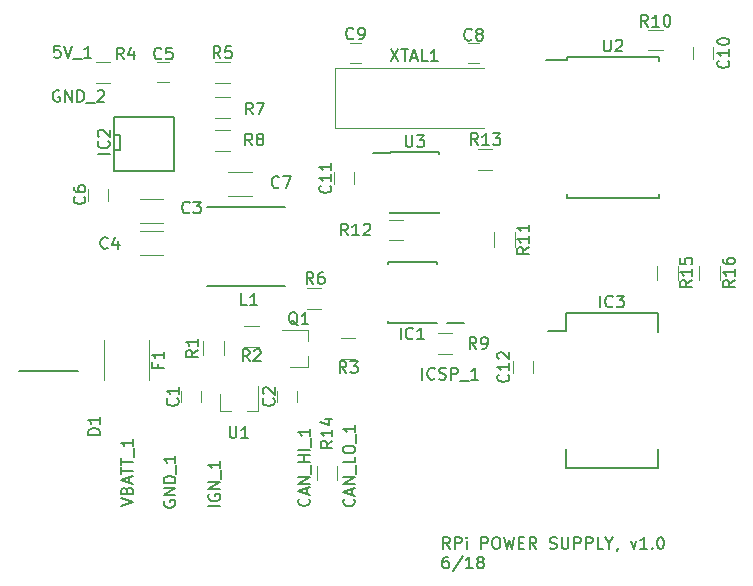
<source format=gbr>
G04 #@! TF.FileFunction,Legend,Top*
%FSLAX46Y46*%
G04 Gerber Fmt 4.6, Leading zero omitted, Abs format (unit mm)*
G04 Created by KiCad (PCBNEW 4.0.6) date 06/08/18 14:37:17*
%MOMM*%
%LPD*%
G01*
G04 APERTURE LIST*
%ADD10C,0.100000*%
%ADD11C,0.150000*%
%ADD12C,0.120000*%
G04 APERTURE END LIST*
D10*
D11*
X163779524Y-126387381D02*
X163446190Y-125911190D01*
X163208095Y-126387381D02*
X163208095Y-125387381D01*
X163589048Y-125387381D01*
X163684286Y-125435000D01*
X163731905Y-125482619D01*
X163779524Y-125577857D01*
X163779524Y-125720714D01*
X163731905Y-125815952D01*
X163684286Y-125863571D01*
X163589048Y-125911190D01*
X163208095Y-125911190D01*
X164208095Y-126387381D02*
X164208095Y-125387381D01*
X164589048Y-125387381D01*
X164684286Y-125435000D01*
X164731905Y-125482619D01*
X164779524Y-125577857D01*
X164779524Y-125720714D01*
X164731905Y-125815952D01*
X164684286Y-125863571D01*
X164589048Y-125911190D01*
X164208095Y-125911190D01*
X165208095Y-126387381D02*
X165208095Y-125720714D01*
X165208095Y-125387381D02*
X165160476Y-125435000D01*
X165208095Y-125482619D01*
X165255714Y-125435000D01*
X165208095Y-125387381D01*
X165208095Y-125482619D01*
X166446190Y-126387381D02*
X166446190Y-125387381D01*
X166827143Y-125387381D01*
X166922381Y-125435000D01*
X166970000Y-125482619D01*
X167017619Y-125577857D01*
X167017619Y-125720714D01*
X166970000Y-125815952D01*
X166922381Y-125863571D01*
X166827143Y-125911190D01*
X166446190Y-125911190D01*
X167636666Y-125387381D02*
X167827143Y-125387381D01*
X167922381Y-125435000D01*
X168017619Y-125530238D01*
X168065238Y-125720714D01*
X168065238Y-126054048D01*
X168017619Y-126244524D01*
X167922381Y-126339762D01*
X167827143Y-126387381D01*
X167636666Y-126387381D01*
X167541428Y-126339762D01*
X167446190Y-126244524D01*
X167398571Y-126054048D01*
X167398571Y-125720714D01*
X167446190Y-125530238D01*
X167541428Y-125435000D01*
X167636666Y-125387381D01*
X168398571Y-125387381D02*
X168636666Y-126387381D01*
X168827143Y-125673095D01*
X169017619Y-126387381D01*
X169255714Y-125387381D01*
X169636666Y-125863571D02*
X169970000Y-125863571D01*
X170112857Y-126387381D02*
X169636666Y-126387381D01*
X169636666Y-125387381D01*
X170112857Y-125387381D01*
X171112857Y-126387381D02*
X170779523Y-125911190D01*
X170541428Y-126387381D02*
X170541428Y-125387381D01*
X170922381Y-125387381D01*
X171017619Y-125435000D01*
X171065238Y-125482619D01*
X171112857Y-125577857D01*
X171112857Y-125720714D01*
X171065238Y-125815952D01*
X171017619Y-125863571D01*
X170922381Y-125911190D01*
X170541428Y-125911190D01*
X172255714Y-126339762D02*
X172398571Y-126387381D01*
X172636667Y-126387381D01*
X172731905Y-126339762D01*
X172779524Y-126292143D01*
X172827143Y-126196905D01*
X172827143Y-126101667D01*
X172779524Y-126006429D01*
X172731905Y-125958810D01*
X172636667Y-125911190D01*
X172446190Y-125863571D01*
X172350952Y-125815952D01*
X172303333Y-125768333D01*
X172255714Y-125673095D01*
X172255714Y-125577857D01*
X172303333Y-125482619D01*
X172350952Y-125435000D01*
X172446190Y-125387381D01*
X172684286Y-125387381D01*
X172827143Y-125435000D01*
X173255714Y-125387381D02*
X173255714Y-126196905D01*
X173303333Y-126292143D01*
X173350952Y-126339762D01*
X173446190Y-126387381D01*
X173636667Y-126387381D01*
X173731905Y-126339762D01*
X173779524Y-126292143D01*
X173827143Y-126196905D01*
X173827143Y-125387381D01*
X174303333Y-126387381D02*
X174303333Y-125387381D01*
X174684286Y-125387381D01*
X174779524Y-125435000D01*
X174827143Y-125482619D01*
X174874762Y-125577857D01*
X174874762Y-125720714D01*
X174827143Y-125815952D01*
X174779524Y-125863571D01*
X174684286Y-125911190D01*
X174303333Y-125911190D01*
X175303333Y-126387381D02*
X175303333Y-125387381D01*
X175684286Y-125387381D01*
X175779524Y-125435000D01*
X175827143Y-125482619D01*
X175874762Y-125577857D01*
X175874762Y-125720714D01*
X175827143Y-125815952D01*
X175779524Y-125863571D01*
X175684286Y-125911190D01*
X175303333Y-125911190D01*
X176779524Y-126387381D02*
X176303333Y-126387381D01*
X176303333Y-125387381D01*
X177303333Y-125911190D02*
X177303333Y-126387381D01*
X176970000Y-125387381D02*
X177303333Y-125911190D01*
X177636667Y-125387381D01*
X178017619Y-126339762D02*
X178017619Y-126387381D01*
X177970000Y-126482619D01*
X177922381Y-126530238D01*
X179112857Y-125720714D02*
X179350952Y-126387381D01*
X179589048Y-125720714D01*
X180493810Y-126387381D02*
X179922381Y-126387381D01*
X180208095Y-126387381D02*
X180208095Y-125387381D01*
X180112857Y-125530238D01*
X180017619Y-125625476D01*
X179922381Y-125673095D01*
X180922381Y-126292143D02*
X180970000Y-126339762D01*
X180922381Y-126387381D01*
X180874762Y-126339762D01*
X180922381Y-126292143D01*
X180922381Y-126387381D01*
X181589047Y-125387381D02*
X181684286Y-125387381D01*
X181779524Y-125435000D01*
X181827143Y-125482619D01*
X181874762Y-125577857D01*
X181922381Y-125768333D01*
X181922381Y-126006429D01*
X181874762Y-126196905D01*
X181827143Y-126292143D01*
X181779524Y-126339762D01*
X181684286Y-126387381D01*
X181589047Y-126387381D01*
X181493809Y-126339762D01*
X181446190Y-126292143D01*
X181398571Y-126196905D01*
X181350952Y-126006429D01*
X181350952Y-125768333D01*
X181398571Y-125577857D01*
X181446190Y-125482619D01*
X181493809Y-125435000D01*
X181589047Y-125387381D01*
X163636667Y-127037381D02*
X163446190Y-127037381D01*
X163350952Y-127085000D01*
X163303333Y-127132619D01*
X163208095Y-127275476D01*
X163160476Y-127465952D01*
X163160476Y-127846905D01*
X163208095Y-127942143D01*
X163255714Y-127989762D01*
X163350952Y-128037381D01*
X163541429Y-128037381D01*
X163636667Y-127989762D01*
X163684286Y-127942143D01*
X163731905Y-127846905D01*
X163731905Y-127608810D01*
X163684286Y-127513571D01*
X163636667Y-127465952D01*
X163541429Y-127418333D01*
X163350952Y-127418333D01*
X163255714Y-127465952D01*
X163208095Y-127513571D01*
X163160476Y-127608810D01*
X164874762Y-126989762D02*
X164017619Y-128275476D01*
X165731905Y-128037381D02*
X165160476Y-128037381D01*
X165446190Y-128037381D02*
X165446190Y-127037381D01*
X165350952Y-127180238D01*
X165255714Y-127275476D01*
X165160476Y-127323095D01*
X166303333Y-127465952D02*
X166208095Y-127418333D01*
X166160476Y-127370714D01*
X166112857Y-127275476D01*
X166112857Y-127227857D01*
X166160476Y-127132619D01*
X166208095Y-127085000D01*
X166303333Y-127037381D01*
X166493810Y-127037381D01*
X166589048Y-127085000D01*
X166636667Y-127132619D01*
X166684286Y-127227857D01*
X166684286Y-127275476D01*
X166636667Y-127370714D01*
X166589048Y-127418333D01*
X166493810Y-127465952D01*
X166303333Y-127465952D01*
X166208095Y-127513571D01*
X166160476Y-127561190D01*
X166112857Y-127656429D01*
X166112857Y-127846905D01*
X166160476Y-127942143D01*
X166208095Y-127989762D01*
X166303333Y-128037381D01*
X166493810Y-128037381D01*
X166589048Y-127989762D01*
X166636667Y-127942143D01*
X166684286Y-127846905D01*
X166684286Y-127656429D01*
X166636667Y-127561190D01*
X166589048Y-127513571D01*
X166493810Y-127465952D01*
D12*
X141018000Y-112988000D02*
X141018000Y-113988000D01*
X142718000Y-113988000D02*
X142718000Y-112988000D01*
X149146000Y-112988000D02*
X149146000Y-113988000D01*
X150846000Y-113988000D02*
X150846000Y-112988000D01*
X139540000Y-96770000D02*
X137540000Y-96770000D01*
X137540000Y-98810000D02*
X139540000Y-98810000D01*
X139540000Y-99470000D02*
X137540000Y-99470000D01*
X137540000Y-101510000D02*
X139540000Y-101510000D01*
X140040000Y-85140000D02*
X139040000Y-85140000D01*
X139040000Y-86840000D02*
X140040000Y-86840000D01*
X133130000Y-95900000D02*
X133130000Y-96900000D01*
X134830000Y-96900000D02*
X134830000Y-95900000D01*
X145040000Y-96510000D02*
X147040000Y-96510000D01*
X147040000Y-94470000D02*
X145040000Y-94470000D01*
X166300000Y-83550000D02*
X165300000Y-83550000D01*
X165300000Y-85250000D02*
X166300000Y-85250000D01*
X155300000Y-85250000D02*
X156300000Y-85250000D01*
X156300000Y-83550000D02*
X155300000Y-83550000D01*
X184350000Y-83900000D02*
X184350000Y-84900000D01*
X186050000Y-84900000D02*
X186050000Y-83900000D01*
X153950000Y-94500000D02*
X153950000Y-95500000D01*
X155650000Y-95500000D02*
X155650000Y-94500000D01*
X170840000Y-111510000D02*
X170840000Y-110510000D01*
X169140000Y-110510000D02*
X169140000Y-111510000D01*
D11*
X132300000Y-111350000D02*
X127300000Y-111350000D01*
D12*
X134520000Y-108670000D02*
X134520000Y-112130000D01*
X138280000Y-108670000D02*
X138280000Y-112130000D01*
D11*
X162725000Y-107275000D02*
X162725000Y-107225000D01*
X158575000Y-107275000D02*
X158575000Y-107130000D01*
X158575000Y-102125000D02*
X158575000Y-102270000D01*
X162725000Y-102125000D02*
X162725000Y-102270000D01*
X162725000Y-107275000D02*
X158575000Y-107275000D01*
X162725000Y-102125000D02*
X158575000Y-102125000D01*
X163575000Y-107225000D02*
X164975000Y-107225000D01*
X135320000Y-89834000D02*
X140400000Y-89834000D01*
X140400000Y-89834000D02*
X140400000Y-94406000D01*
X140400000Y-94406000D02*
X135320000Y-94406000D01*
X135320000Y-94406000D02*
X135320000Y-89834000D01*
X135320000Y-91358000D02*
X135828000Y-91358000D01*
X135828000Y-91358000D02*
X135828000Y-92628000D01*
X135828000Y-92628000D02*
X135320000Y-92628000D01*
X173625000Y-106425000D02*
X173625000Y-107950000D01*
X181375000Y-106425000D02*
X181375000Y-108030000D01*
X181375000Y-119575000D02*
X181375000Y-117970000D01*
X173625000Y-119575000D02*
X173625000Y-117970000D01*
X173625000Y-106425000D02*
X181375000Y-106425000D01*
X173625000Y-119575000D02*
X181375000Y-119575000D01*
X173625000Y-107950000D02*
X172100000Y-107950000D01*
X143215000Y-104115000D02*
X149865000Y-104115000D01*
X143215000Y-97465000D02*
X149865000Y-97465000D01*
D12*
X151760000Y-110980000D02*
X151760000Y-110050000D01*
X151760000Y-107820000D02*
X151760000Y-108750000D01*
X151760000Y-107820000D02*
X149600000Y-107820000D01*
X151760000Y-110980000D02*
X150300000Y-110980000D01*
X142920000Y-110000000D02*
X142920000Y-108800000D01*
X144680000Y-108800000D02*
X144680000Y-110000000D01*
X146400000Y-107520000D02*
X147600000Y-107520000D01*
X147600000Y-109280000D02*
X146400000Y-109280000D01*
X154600000Y-108520000D02*
X155800000Y-108520000D01*
X155800000Y-110280000D02*
X154600000Y-110280000D01*
X133840000Y-85160000D02*
X135040000Y-85160000D01*
X135040000Y-86920000D02*
X133840000Y-86920000D01*
X145140000Y-86920000D02*
X143940000Y-86920000D01*
X143940000Y-85160000D02*
X145140000Y-85160000D01*
X151720000Y-104280000D02*
X152920000Y-104280000D01*
X152920000Y-106040000D02*
X151720000Y-106040000D01*
X145140000Y-89920000D02*
X143940000Y-89920000D01*
X143940000Y-88160000D02*
X145140000Y-88160000D01*
X143940000Y-90910000D02*
X145140000Y-90910000D01*
X145140000Y-92670000D02*
X143940000Y-92670000D01*
X164000000Y-109880000D02*
X162800000Y-109880000D01*
X162800000Y-108120000D02*
X164000000Y-108120000D01*
X180610000Y-82430000D02*
X181810000Y-82430000D01*
X181810000Y-84190000D02*
X180610000Y-84190000D01*
X167520000Y-100800000D02*
X167520000Y-99600000D01*
X169280000Y-99600000D02*
X169280000Y-100800000D01*
X159800000Y-100280000D02*
X158600000Y-100280000D01*
X158600000Y-98520000D02*
X159800000Y-98520000D01*
X167400000Y-94280000D02*
X166200000Y-94280000D01*
X166200000Y-92520000D02*
X167400000Y-92520000D01*
X154280000Y-119400000D02*
X154280000Y-120600000D01*
X152520000Y-120600000D02*
X152520000Y-119400000D01*
X181320000Y-103600000D02*
X181320000Y-102400000D01*
X183080000Y-102400000D02*
X183080000Y-103600000D01*
X184920000Y-103600000D02*
X184920000Y-102400000D01*
X186680000Y-102400000D02*
X186680000Y-103600000D01*
X144352000Y-114756000D02*
X145282000Y-114756000D01*
X147512000Y-114756000D02*
X146582000Y-114756000D01*
X147512000Y-114756000D02*
X147512000Y-112596000D01*
X144352000Y-114756000D02*
X144352000Y-113296000D01*
D11*
X173725000Y-84750000D02*
X173725000Y-85000000D01*
X181475000Y-84750000D02*
X181475000Y-85095000D01*
X181475000Y-96650000D02*
X181475000Y-96305000D01*
X173725000Y-96650000D02*
X173725000Y-96305000D01*
X173725000Y-84750000D02*
X181475000Y-84750000D01*
X173725000Y-96650000D02*
X181475000Y-96650000D01*
X173725000Y-85000000D02*
X171900000Y-85000000D01*
X158725000Y-92825000D02*
X158725000Y-92875000D01*
X162875000Y-92825000D02*
X162875000Y-92970000D01*
X162875000Y-97975000D02*
X162875000Y-97830000D01*
X158725000Y-97975000D02*
X158725000Y-97830000D01*
X158725000Y-92825000D02*
X162875000Y-92825000D01*
X158725000Y-97975000D02*
X162875000Y-97975000D01*
X158725000Y-92875000D02*
X157325000Y-92875000D01*
D12*
X166700000Y-85650000D02*
X154100000Y-85650000D01*
X154100000Y-85650000D02*
X154100000Y-90750000D01*
X154100000Y-90750000D02*
X166700000Y-90750000D01*
D11*
X140725143Y-113654666D02*
X140772762Y-113702285D01*
X140820381Y-113845142D01*
X140820381Y-113940380D01*
X140772762Y-114083238D01*
X140677524Y-114178476D01*
X140582286Y-114226095D01*
X140391810Y-114273714D01*
X140248952Y-114273714D01*
X140058476Y-114226095D01*
X139963238Y-114178476D01*
X139868000Y-114083238D01*
X139820381Y-113940380D01*
X139820381Y-113845142D01*
X139868000Y-113702285D01*
X139915619Y-113654666D01*
X140820381Y-112702285D02*
X140820381Y-113273714D01*
X140820381Y-112988000D02*
X139820381Y-112988000D01*
X139963238Y-113083238D01*
X140058476Y-113178476D01*
X140106095Y-113273714D01*
X148853143Y-113654666D02*
X148900762Y-113702285D01*
X148948381Y-113845142D01*
X148948381Y-113940380D01*
X148900762Y-114083238D01*
X148805524Y-114178476D01*
X148710286Y-114226095D01*
X148519810Y-114273714D01*
X148376952Y-114273714D01*
X148186476Y-114226095D01*
X148091238Y-114178476D01*
X147996000Y-114083238D01*
X147948381Y-113940380D01*
X147948381Y-113845142D01*
X147996000Y-113702285D01*
X148043619Y-113654666D01*
X148043619Y-113273714D02*
X147996000Y-113226095D01*
X147948381Y-113130857D01*
X147948381Y-112892761D01*
X147996000Y-112797523D01*
X148043619Y-112749904D01*
X148138857Y-112702285D01*
X148234095Y-112702285D01*
X148376952Y-112749904D01*
X148948381Y-113321333D01*
X148948381Y-112702285D01*
X141753334Y-97897143D02*
X141705715Y-97944762D01*
X141562858Y-97992381D01*
X141467620Y-97992381D01*
X141324762Y-97944762D01*
X141229524Y-97849524D01*
X141181905Y-97754286D01*
X141134286Y-97563810D01*
X141134286Y-97420952D01*
X141181905Y-97230476D01*
X141229524Y-97135238D01*
X141324762Y-97040000D01*
X141467620Y-96992381D01*
X141562858Y-96992381D01*
X141705715Y-97040000D01*
X141753334Y-97087619D01*
X142086667Y-96992381D02*
X142705715Y-96992381D01*
X142372381Y-97373333D01*
X142515239Y-97373333D01*
X142610477Y-97420952D01*
X142658096Y-97468571D01*
X142705715Y-97563810D01*
X142705715Y-97801905D01*
X142658096Y-97897143D01*
X142610477Y-97944762D01*
X142515239Y-97992381D01*
X142229524Y-97992381D01*
X142134286Y-97944762D01*
X142086667Y-97897143D01*
X134823334Y-100907143D02*
X134775715Y-100954762D01*
X134632858Y-101002381D01*
X134537620Y-101002381D01*
X134394762Y-100954762D01*
X134299524Y-100859524D01*
X134251905Y-100764286D01*
X134204286Y-100573810D01*
X134204286Y-100430952D01*
X134251905Y-100240476D01*
X134299524Y-100145238D01*
X134394762Y-100050000D01*
X134537620Y-100002381D01*
X134632858Y-100002381D01*
X134775715Y-100050000D01*
X134823334Y-100097619D01*
X135680477Y-100335714D02*
X135680477Y-101002381D01*
X135442381Y-99954762D02*
X135204286Y-100669048D01*
X135823334Y-100669048D01*
X139373334Y-84847143D02*
X139325715Y-84894762D01*
X139182858Y-84942381D01*
X139087620Y-84942381D01*
X138944762Y-84894762D01*
X138849524Y-84799524D01*
X138801905Y-84704286D01*
X138754286Y-84513810D01*
X138754286Y-84370952D01*
X138801905Y-84180476D01*
X138849524Y-84085238D01*
X138944762Y-83990000D01*
X139087620Y-83942381D01*
X139182858Y-83942381D01*
X139325715Y-83990000D01*
X139373334Y-84037619D01*
X140278096Y-83942381D02*
X139801905Y-83942381D01*
X139754286Y-84418571D01*
X139801905Y-84370952D01*
X139897143Y-84323333D01*
X140135239Y-84323333D01*
X140230477Y-84370952D01*
X140278096Y-84418571D01*
X140325715Y-84513810D01*
X140325715Y-84751905D01*
X140278096Y-84847143D01*
X140230477Y-84894762D01*
X140135239Y-84942381D01*
X139897143Y-84942381D01*
X139801905Y-84894762D01*
X139754286Y-84847143D01*
X132837143Y-96566666D02*
X132884762Y-96614285D01*
X132932381Y-96757142D01*
X132932381Y-96852380D01*
X132884762Y-96995238D01*
X132789524Y-97090476D01*
X132694286Y-97138095D01*
X132503810Y-97185714D01*
X132360952Y-97185714D01*
X132170476Y-97138095D01*
X132075238Y-97090476D01*
X131980000Y-96995238D01*
X131932381Y-96852380D01*
X131932381Y-96757142D01*
X131980000Y-96614285D01*
X132027619Y-96566666D01*
X131932381Y-95709523D02*
X131932381Y-95900000D01*
X131980000Y-95995238D01*
X132027619Y-96042857D01*
X132170476Y-96138095D01*
X132360952Y-96185714D01*
X132741905Y-96185714D01*
X132837143Y-96138095D01*
X132884762Y-96090476D01*
X132932381Y-95995238D01*
X132932381Y-95804761D01*
X132884762Y-95709523D01*
X132837143Y-95661904D01*
X132741905Y-95614285D01*
X132503810Y-95614285D01*
X132408571Y-95661904D01*
X132360952Y-95709523D01*
X132313333Y-95804761D01*
X132313333Y-95995238D01*
X132360952Y-96090476D01*
X132408571Y-96138095D01*
X132503810Y-96185714D01*
X149313334Y-95747143D02*
X149265715Y-95794762D01*
X149122858Y-95842381D01*
X149027620Y-95842381D01*
X148884762Y-95794762D01*
X148789524Y-95699524D01*
X148741905Y-95604286D01*
X148694286Y-95413810D01*
X148694286Y-95270952D01*
X148741905Y-95080476D01*
X148789524Y-94985238D01*
X148884762Y-94890000D01*
X149027620Y-94842381D01*
X149122858Y-94842381D01*
X149265715Y-94890000D01*
X149313334Y-94937619D01*
X149646667Y-94842381D02*
X150313334Y-94842381D01*
X149884762Y-95842381D01*
X165633334Y-83257143D02*
X165585715Y-83304762D01*
X165442858Y-83352381D01*
X165347620Y-83352381D01*
X165204762Y-83304762D01*
X165109524Y-83209524D01*
X165061905Y-83114286D01*
X165014286Y-82923810D01*
X165014286Y-82780952D01*
X165061905Y-82590476D01*
X165109524Y-82495238D01*
X165204762Y-82400000D01*
X165347620Y-82352381D01*
X165442858Y-82352381D01*
X165585715Y-82400000D01*
X165633334Y-82447619D01*
X166204762Y-82780952D02*
X166109524Y-82733333D01*
X166061905Y-82685714D01*
X166014286Y-82590476D01*
X166014286Y-82542857D01*
X166061905Y-82447619D01*
X166109524Y-82400000D01*
X166204762Y-82352381D01*
X166395239Y-82352381D01*
X166490477Y-82400000D01*
X166538096Y-82447619D01*
X166585715Y-82542857D01*
X166585715Y-82590476D01*
X166538096Y-82685714D01*
X166490477Y-82733333D01*
X166395239Y-82780952D01*
X166204762Y-82780952D01*
X166109524Y-82828571D01*
X166061905Y-82876190D01*
X166014286Y-82971429D01*
X166014286Y-83161905D01*
X166061905Y-83257143D01*
X166109524Y-83304762D01*
X166204762Y-83352381D01*
X166395239Y-83352381D01*
X166490477Y-83304762D01*
X166538096Y-83257143D01*
X166585715Y-83161905D01*
X166585715Y-82971429D01*
X166538096Y-82876190D01*
X166490477Y-82828571D01*
X166395239Y-82780952D01*
X155633334Y-83157143D02*
X155585715Y-83204762D01*
X155442858Y-83252381D01*
X155347620Y-83252381D01*
X155204762Y-83204762D01*
X155109524Y-83109524D01*
X155061905Y-83014286D01*
X155014286Y-82823810D01*
X155014286Y-82680952D01*
X155061905Y-82490476D01*
X155109524Y-82395238D01*
X155204762Y-82300000D01*
X155347620Y-82252381D01*
X155442858Y-82252381D01*
X155585715Y-82300000D01*
X155633334Y-82347619D01*
X156109524Y-83252381D02*
X156300000Y-83252381D01*
X156395239Y-83204762D01*
X156442858Y-83157143D01*
X156538096Y-83014286D01*
X156585715Y-82823810D01*
X156585715Y-82442857D01*
X156538096Y-82347619D01*
X156490477Y-82300000D01*
X156395239Y-82252381D01*
X156204762Y-82252381D01*
X156109524Y-82300000D01*
X156061905Y-82347619D01*
X156014286Y-82442857D01*
X156014286Y-82680952D01*
X156061905Y-82776190D01*
X156109524Y-82823810D01*
X156204762Y-82871429D01*
X156395239Y-82871429D01*
X156490477Y-82823810D01*
X156538096Y-82776190D01*
X156585715Y-82680952D01*
X187357143Y-85042857D02*
X187404762Y-85090476D01*
X187452381Y-85233333D01*
X187452381Y-85328571D01*
X187404762Y-85471429D01*
X187309524Y-85566667D01*
X187214286Y-85614286D01*
X187023810Y-85661905D01*
X186880952Y-85661905D01*
X186690476Y-85614286D01*
X186595238Y-85566667D01*
X186500000Y-85471429D01*
X186452381Y-85328571D01*
X186452381Y-85233333D01*
X186500000Y-85090476D01*
X186547619Y-85042857D01*
X187452381Y-84090476D02*
X187452381Y-84661905D01*
X187452381Y-84376191D02*
X186452381Y-84376191D01*
X186595238Y-84471429D01*
X186690476Y-84566667D01*
X186738095Y-84661905D01*
X186452381Y-83471429D02*
X186452381Y-83376190D01*
X186500000Y-83280952D01*
X186547619Y-83233333D01*
X186642857Y-83185714D01*
X186833333Y-83138095D01*
X187071429Y-83138095D01*
X187261905Y-83185714D01*
X187357143Y-83233333D01*
X187404762Y-83280952D01*
X187452381Y-83376190D01*
X187452381Y-83471429D01*
X187404762Y-83566667D01*
X187357143Y-83614286D01*
X187261905Y-83661905D01*
X187071429Y-83709524D01*
X186833333Y-83709524D01*
X186642857Y-83661905D01*
X186547619Y-83614286D01*
X186500000Y-83566667D01*
X186452381Y-83471429D01*
X153657143Y-95642857D02*
X153704762Y-95690476D01*
X153752381Y-95833333D01*
X153752381Y-95928571D01*
X153704762Y-96071429D01*
X153609524Y-96166667D01*
X153514286Y-96214286D01*
X153323810Y-96261905D01*
X153180952Y-96261905D01*
X152990476Y-96214286D01*
X152895238Y-96166667D01*
X152800000Y-96071429D01*
X152752381Y-95928571D01*
X152752381Y-95833333D01*
X152800000Y-95690476D01*
X152847619Y-95642857D01*
X153752381Y-94690476D02*
X153752381Y-95261905D01*
X153752381Y-94976191D02*
X152752381Y-94976191D01*
X152895238Y-95071429D01*
X152990476Y-95166667D01*
X153038095Y-95261905D01*
X153752381Y-93738095D02*
X153752381Y-94309524D01*
X153752381Y-94023810D02*
X152752381Y-94023810D01*
X152895238Y-94119048D01*
X152990476Y-94214286D01*
X153038095Y-94309524D01*
X168727143Y-111632857D02*
X168774762Y-111680476D01*
X168822381Y-111823333D01*
X168822381Y-111918571D01*
X168774762Y-112061429D01*
X168679524Y-112156667D01*
X168584286Y-112204286D01*
X168393810Y-112251905D01*
X168250952Y-112251905D01*
X168060476Y-112204286D01*
X167965238Y-112156667D01*
X167870000Y-112061429D01*
X167822381Y-111918571D01*
X167822381Y-111823333D01*
X167870000Y-111680476D01*
X167917619Y-111632857D01*
X168822381Y-110680476D02*
X168822381Y-111251905D01*
X168822381Y-110966191D02*
X167822381Y-110966191D01*
X167965238Y-111061429D01*
X168060476Y-111156667D01*
X168108095Y-111251905D01*
X167917619Y-110299524D02*
X167870000Y-110251905D01*
X167822381Y-110156667D01*
X167822381Y-109918571D01*
X167870000Y-109823333D01*
X167917619Y-109775714D01*
X168012857Y-109728095D01*
X168108095Y-109728095D01*
X168250952Y-109775714D01*
X168822381Y-110347143D01*
X168822381Y-109728095D01*
X134152381Y-116738095D02*
X133152381Y-116738095D01*
X133152381Y-116500000D01*
X133200000Y-116357142D01*
X133295238Y-116261904D01*
X133390476Y-116214285D01*
X133580952Y-116166666D01*
X133723810Y-116166666D01*
X133914286Y-116214285D01*
X134009524Y-116261904D01*
X134104762Y-116357142D01*
X134152381Y-116500000D01*
X134152381Y-116738095D01*
X134152381Y-115214285D02*
X134152381Y-115785714D01*
X134152381Y-115500000D02*
X133152381Y-115500000D01*
X133295238Y-115595238D01*
X133390476Y-115690476D01*
X133438095Y-115785714D01*
X139048571Y-110733333D02*
X139048571Y-111066667D01*
X139572381Y-111066667D02*
X138572381Y-111066667D01*
X138572381Y-110590476D01*
X139572381Y-109685714D02*
X139572381Y-110257143D01*
X139572381Y-109971429D02*
X138572381Y-109971429D01*
X138715238Y-110066667D01*
X138810476Y-110161905D01*
X138858095Y-110257143D01*
X159623810Y-108652381D02*
X159623810Y-107652381D01*
X160671429Y-108557143D02*
X160623810Y-108604762D01*
X160480953Y-108652381D01*
X160385715Y-108652381D01*
X160242857Y-108604762D01*
X160147619Y-108509524D01*
X160100000Y-108414286D01*
X160052381Y-108223810D01*
X160052381Y-108080952D01*
X160100000Y-107890476D01*
X160147619Y-107795238D01*
X160242857Y-107700000D01*
X160385715Y-107652381D01*
X160480953Y-107652381D01*
X160623810Y-107700000D01*
X160671429Y-107747619D01*
X161623810Y-108652381D02*
X161052381Y-108652381D01*
X161338095Y-108652381D02*
X161338095Y-107652381D01*
X161242857Y-107795238D01*
X161147619Y-107890476D01*
X161052381Y-107938095D01*
X134982381Y-92916190D02*
X133982381Y-92916190D01*
X134887143Y-91868571D02*
X134934762Y-91916190D01*
X134982381Y-92059047D01*
X134982381Y-92154285D01*
X134934762Y-92297143D01*
X134839524Y-92392381D01*
X134744286Y-92440000D01*
X134553810Y-92487619D01*
X134410952Y-92487619D01*
X134220476Y-92440000D01*
X134125238Y-92392381D01*
X134030000Y-92297143D01*
X133982381Y-92154285D01*
X133982381Y-92059047D01*
X134030000Y-91916190D01*
X134077619Y-91868571D01*
X134077619Y-91487619D02*
X134030000Y-91440000D01*
X133982381Y-91344762D01*
X133982381Y-91106666D01*
X134030000Y-91011428D01*
X134077619Y-90963809D01*
X134172857Y-90916190D01*
X134268095Y-90916190D01*
X134410952Y-90963809D01*
X134982381Y-91535238D01*
X134982381Y-90916190D01*
X176523810Y-105952381D02*
X176523810Y-104952381D01*
X177571429Y-105857143D02*
X177523810Y-105904762D01*
X177380953Y-105952381D01*
X177285715Y-105952381D01*
X177142857Y-105904762D01*
X177047619Y-105809524D01*
X177000000Y-105714286D01*
X176952381Y-105523810D01*
X176952381Y-105380952D01*
X177000000Y-105190476D01*
X177047619Y-105095238D01*
X177142857Y-105000000D01*
X177285715Y-104952381D01*
X177380953Y-104952381D01*
X177523810Y-105000000D01*
X177571429Y-105047619D01*
X177904762Y-104952381D02*
X178523810Y-104952381D01*
X178190476Y-105333333D01*
X178333334Y-105333333D01*
X178428572Y-105380952D01*
X178476191Y-105428571D01*
X178523810Y-105523810D01*
X178523810Y-105761905D01*
X178476191Y-105857143D01*
X178428572Y-105904762D01*
X178333334Y-105952381D01*
X178047619Y-105952381D01*
X177952381Y-105904762D01*
X177904762Y-105857143D01*
X146623334Y-105742381D02*
X146147143Y-105742381D01*
X146147143Y-104742381D01*
X147480477Y-105742381D02*
X146909048Y-105742381D01*
X147194762Y-105742381D02*
X147194762Y-104742381D01*
X147099524Y-104885238D01*
X147004286Y-104980476D01*
X146909048Y-105028095D01*
X150904762Y-107447619D02*
X150809524Y-107400000D01*
X150714286Y-107304762D01*
X150571429Y-107161905D01*
X150476190Y-107114286D01*
X150380952Y-107114286D01*
X150428571Y-107352381D02*
X150333333Y-107304762D01*
X150238095Y-107209524D01*
X150190476Y-107019048D01*
X150190476Y-106685714D01*
X150238095Y-106495238D01*
X150333333Y-106400000D01*
X150428571Y-106352381D01*
X150619048Y-106352381D01*
X150714286Y-106400000D01*
X150809524Y-106495238D01*
X150857143Y-106685714D01*
X150857143Y-107019048D01*
X150809524Y-107209524D01*
X150714286Y-107304762D01*
X150619048Y-107352381D01*
X150428571Y-107352381D01*
X151809524Y-107352381D02*
X151238095Y-107352381D01*
X151523809Y-107352381D02*
X151523809Y-106352381D01*
X151428571Y-106495238D01*
X151333333Y-106590476D01*
X151238095Y-106638095D01*
X142452381Y-109566666D02*
X141976190Y-109900000D01*
X142452381Y-110138095D02*
X141452381Y-110138095D01*
X141452381Y-109757142D01*
X141500000Y-109661904D01*
X141547619Y-109614285D01*
X141642857Y-109566666D01*
X141785714Y-109566666D01*
X141880952Y-109614285D01*
X141928571Y-109661904D01*
X141976190Y-109757142D01*
X141976190Y-110138095D01*
X142452381Y-108614285D02*
X142452381Y-109185714D01*
X142452381Y-108900000D02*
X141452381Y-108900000D01*
X141595238Y-108995238D01*
X141690476Y-109090476D01*
X141738095Y-109185714D01*
X146833334Y-110502381D02*
X146500000Y-110026190D01*
X146261905Y-110502381D02*
X146261905Y-109502381D01*
X146642858Y-109502381D01*
X146738096Y-109550000D01*
X146785715Y-109597619D01*
X146833334Y-109692857D01*
X146833334Y-109835714D01*
X146785715Y-109930952D01*
X146738096Y-109978571D01*
X146642858Y-110026190D01*
X146261905Y-110026190D01*
X147214286Y-109597619D02*
X147261905Y-109550000D01*
X147357143Y-109502381D01*
X147595239Y-109502381D01*
X147690477Y-109550000D01*
X147738096Y-109597619D01*
X147785715Y-109692857D01*
X147785715Y-109788095D01*
X147738096Y-109930952D01*
X147166667Y-110502381D01*
X147785715Y-110502381D01*
X155033334Y-111502381D02*
X154700000Y-111026190D01*
X154461905Y-111502381D02*
X154461905Y-110502381D01*
X154842858Y-110502381D01*
X154938096Y-110550000D01*
X154985715Y-110597619D01*
X155033334Y-110692857D01*
X155033334Y-110835714D01*
X154985715Y-110930952D01*
X154938096Y-110978571D01*
X154842858Y-111026190D01*
X154461905Y-111026190D01*
X155366667Y-110502381D02*
X155985715Y-110502381D01*
X155652381Y-110883333D01*
X155795239Y-110883333D01*
X155890477Y-110930952D01*
X155938096Y-110978571D01*
X155985715Y-111073810D01*
X155985715Y-111311905D01*
X155938096Y-111407143D01*
X155890477Y-111454762D01*
X155795239Y-111502381D01*
X155509524Y-111502381D01*
X155414286Y-111454762D01*
X155366667Y-111407143D01*
X136163334Y-84942381D02*
X135830000Y-84466190D01*
X135591905Y-84942381D02*
X135591905Y-83942381D01*
X135972858Y-83942381D01*
X136068096Y-83990000D01*
X136115715Y-84037619D01*
X136163334Y-84132857D01*
X136163334Y-84275714D01*
X136115715Y-84370952D01*
X136068096Y-84418571D01*
X135972858Y-84466190D01*
X135591905Y-84466190D01*
X137020477Y-84275714D02*
X137020477Y-84942381D01*
X136782381Y-83894762D02*
X136544286Y-84609048D01*
X137163334Y-84609048D01*
X144373334Y-84842381D02*
X144040000Y-84366190D01*
X143801905Y-84842381D02*
X143801905Y-83842381D01*
X144182858Y-83842381D01*
X144278096Y-83890000D01*
X144325715Y-83937619D01*
X144373334Y-84032857D01*
X144373334Y-84175714D01*
X144325715Y-84270952D01*
X144278096Y-84318571D01*
X144182858Y-84366190D01*
X143801905Y-84366190D01*
X145278096Y-83842381D02*
X144801905Y-83842381D01*
X144754286Y-84318571D01*
X144801905Y-84270952D01*
X144897143Y-84223333D01*
X145135239Y-84223333D01*
X145230477Y-84270952D01*
X145278096Y-84318571D01*
X145325715Y-84413810D01*
X145325715Y-84651905D01*
X145278096Y-84747143D01*
X145230477Y-84794762D01*
X145135239Y-84842381D01*
X144897143Y-84842381D01*
X144801905Y-84794762D01*
X144754286Y-84747143D01*
X152233334Y-103962381D02*
X151900000Y-103486190D01*
X151661905Y-103962381D02*
X151661905Y-102962381D01*
X152042858Y-102962381D01*
X152138096Y-103010000D01*
X152185715Y-103057619D01*
X152233334Y-103152857D01*
X152233334Y-103295714D01*
X152185715Y-103390952D01*
X152138096Y-103438571D01*
X152042858Y-103486190D01*
X151661905Y-103486190D01*
X153090477Y-102962381D02*
X152900000Y-102962381D01*
X152804762Y-103010000D01*
X152757143Y-103057619D01*
X152661905Y-103200476D01*
X152614286Y-103390952D01*
X152614286Y-103771905D01*
X152661905Y-103867143D01*
X152709524Y-103914762D01*
X152804762Y-103962381D01*
X152995239Y-103962381D01*
X153090477Y-103914762D01*
X153138096Y-103867143D01*
X153185715Y-103771905D01*
X153185715Y-103533810D01*
X153138096Y-103438571D01*
X153090477Y-103390952D01*
X152995239Y-103343333D01*
X152804762Y-103343333D01*
X152709524Y-103390952D01*
X152661905Y-103438571D01*
X152614286Y-103533810D01*
X147093334Y-89602381D02*
X146760000Y-89126190D01*
X146521905Y-89602381D02*
X146521905Y-88602381D01*
X146902858Y-88602381D01*
X146998096Y-88650000D01*
X147045715Y-88697619D01*
X147093334Y-88792857D01*
X147093334Y-88935714D01*
X147045715Y-89030952D01*
X146998096Y-89078571D01*
X146902858Y-89126190D01*
X146521905Y-89126190D01*
X147426667Y-88602381D02*
X148093334Y-88602381D01*
X147664762Y-89602381D01*
X147053334Y-92232381D02*
X146720000Y-91756190D01*
X146481905Y-92232381D02*
X146481905Y-91232381D01*
X146862858Y-91232381D01*
X146958096Y-91280000D01*
X147005715Y-91327619D01*
X147053334Y-91422857D01*
X147053334Y-91565714D01*
X147005715Y-91660952D01*
X146958096Y-91708571D01*
X146862858Y-91756190D01*
X146481905Y-91756190D01*
X147624762Y-91660952D02*
X147529524Y-91613333D01*
X147481905Y-91565714D01*
X147434286Y-91470476D01*
X147434286Y-91422857D01*
X147481905Y-91327619D01*
X147529524Y-91280000D01*
X147624762Y-91232381D01*
X147815239Y-91232381D01*
X147910477Y-91280000D01*
X147958096Y-91327619D01*
X148005715Y-91422857D01*
X148005715Y-91470476D01*
X147958096Y-91565714D01*
X147910477Y-91613333D01*
X147815239Y-91660952D01*
X147624762Y-91660952D01*
X147529524Y-91708571D01*
X147481905Y-91756190D01*
X147434286Y-91851429D01*
X147434286Y-92041905D01*
X147481905Y-92137143D01*
X147529524Y-92184762D01*
X147624762Y-92232381D01*
X147815239Y-92232381D01*
X147910477Y-92184762D01*
X147958096Y-92137143D01*
X148005715Y-92041905D01*
X148005715Y-91851429D01*
X147958096Y-91756190D01*
X147910477Y-91708571D01*
X147815239Y-91660952D01*
X166033334Y-109452381D02*
X165700000Y-108976190D01*
X165461905Y-109452381D02*
X165461905Y-108452381D01*
X165842858Y-108452381D01*
X165938096Y-108500000D01*
X165985715Y-108547619D01*
X166033334Y-108642857D01*
X166033334Y-108785714D01*
X165985715Y-108880952D01*
X165938096Y-108928571D01*
X165842858Y-108976190D01*
X165461905Y-108976190D01*
X166509524Y-109452381D02*
X166700000Y-109452381D01*
X166795239Y-109404762D01*
X166842858Y-109357143D01*
X166938096Y-109214286D01*
X166985715Y-109023810D01*
X166985715Y-108642857D01*
X166938096Y-108547619D01*
X166890477Y-108500000D01*
X166795239Y-108452381D01*
X166604762Y-108452381D01*
X166509524Y-108500000D01*
X166461905Y-108547619D01*
X166414286Y-108642857D01*
X166414286Y-108880952D01*
X166461905Y-108976190D01*
X166509524Y-109023810D01*
X166604762Y-109071429D01*
X166795239Y-109071429D01*
X166890477Y-109023810D01*
X166938096Y-108976190D01*
X166985715Y-108880952D01*
X180567143Y-82162381D02*
X180233809Y-81686190D01*
X179995714Y-82162381D02*
X179995714Y-81162381D01*
X180376667Y-81162381D01*
X180471905Y-81210000D01*
X180519524Y-81257619D01*
X180567143Y-81352857D01*
X180567143Y-81495714D01*
X180519524Y-81590952D01*
X180471905Y-81638571D01*
X180376667Y-81686190D01*
X179995714Y-81686190D01*
X181519524Y-82162381D02*
X180948095Y-82162381D01*
X181233809Y-82162381D02*
X181233809Y-81162381D01*
X181138571Y-81305238D01*
X181043333Y-81400476D01*
X180948095Y-81448095D01*
X182138571Y-81162381D02*
X182233810Y-81162381D01*
X182329048Y-81210000D01*
X182376667Y-81257619D01*
X182424286Y-81352857D01*
X182471905Y-81543333D01*
X182471905Y-81781429D01*
X182424286Y-81971905D01*
X182376667Y-82067143D01*
X182329048Y-82114762D01*
X182233810Y-82162381D01*
X182138571Y-82162381D01*
X182043333Y-82114762D01*
X181995714Y-82067143D01*
X181948095Y-81971905D01*
X181900476Y-81781429D01*
X181900476Y-81543333D01*
X181948095Y-81352857D01*
X181995714Y-81257619D01*
X182043333Y-81210000D01*
X182138571Y-81162381D01*
X170502381Y-100842857D02*
X170026190Y-101176191D01*
X170502381Y-101414286D02*
X169502381Y-101414286D01*
X169502381Y-101033333D01*
X169550000Y-100938095D01*
X169597619Y-100890476D01*
X169692857Y-100842857D01*
X169835714Y-100842857D01*
X169930952Y-100890476D01*
X169978571Y-100938095D01*
X170026190Y-101033333D01*
X170026190Y-101414286D01*
X170502381Y-99890476D02*
X170502381Y-100461905D01*
X170502381Y-100176191D02*
X169502381Y-100176191D01*
X169645238Y-100271429D01*
X169740476Y-100366667D01*
X169788095Y-100461905D01*
X170502381Y-98938095D02*
X170502381Y-99509524D01*
X170502381Y-99223810D02*
X169502381Y-99223810D01*
X169645238Y-99319048D01*
X169740476Y-99414286D01*
X169788095Y-99509524D01*
X155157143Y-99852381D02*
X154823809Y-99376190D01*
X154585714Y-99852381D02*
X154585714Y-98852381D01*
X154966667Y-98852381D01*
X155061905Y-98900000D01*
X155109524Y-98947619D01*
X155157143Y-99042857D01*
X155157143Y-99185714D01*
X155109524Y-99280952D01*
X155061905Y-99328571D01*
X154966667Y-99376190D01*
X154585714Y-99376190D01*
X156109524Y-99852381D02*
X155538095Y-99852381D01*
X155823809Y-99852381D02*
X155823809Y-98852381D01*
X155728571Y-98995238D01*
X155633333Y-99090476D01*
X155538095Y-99138095D01*
X156490476Y-98947619D02*
X156538095Y-98900000D01*
X156633333Y-98852381D01*
X156871429Y-98852381D01*
X156966667Y-98900000D01*
X157014286Y-98947619D01*
X157061905Y-99042857D01*
X157061905Y-99138095D01*
X157014286Y-99280952D01*
X156442857Y-99852381D01*
X157061905Y-99852381D01*
X166157143Y-92202381D02*
X165823809Y-91726190D01*
X165585714Y-92202381D02*
X165585714Y-91202381D01*
X165966667Y-91202381D01*
X166061905Y-91250000D01*
X166109524Y-91297619D01*
X166157143Y-91392857D01*
X166157143Y-91535714D01*
X166109524Y-91630952D01*
X166061905Y-91678571D01*
X165966667Y-91726190D01*
X165585714Y-91726190D01*
X167109524Y-92202381D02*
X166538095Y-92202381D01*
X166823809Y-92202381D02*
X166823809Y-91202381D01*
X166728571Y-91345238D01*
X166633333Y-91440476D01*
X166538095Y-91488095D01*
X167442857Y-91202381D02*
X168061905Y-91202381D01*
X167728571Y-91583333D01*
X167871429Y-91583333D01*
X167966667Y-91630952D01*
X168014286Y-91678571D01*
X168061905Y-91773810D01*
X168061905Y-92011905D01*
X168014286Y-92107143D01*
X167966667Y-92154762D01*
X167871429Y-92202381D01*
X167585714Y-92202381D01*
X167490476Y-92154762D01*
X167442857Y-92107143D01*
X153852381Y-117242857D02*
X153376190Y-117576191D01*
X153852381Y-117814286D02*
X152852381Y-117814286D01*
X152852381Y-117433333D01*
X152900000Y-117338095D01*
X152947619Y-117290476D01*
X153042857Y-117242857D01*
X153185714Y-117242857D01*
X153280952Y-117290476D01*
X153328571Y-117338095D01*
X153376190Y-117433333D01*
X153376190Y-117814286D01*
X153852381Y-116290476D02*
X153852381Y-116861905D01*
X153852381Y-116576191D02*
X152852381Y-116576191D01*
X152995238Y-116671429D01*
X153090476Y-116766667D01*
X153138095Y-116861905D01*
X153185714Y-115433333D02*
X153852381Y-115433333D01*
X152804762Y-115671429D02*
X153519048Y-115909524D01*
X153519048Y-115290476D01*
X184302381Y-103642857D02*
X183826190Y-103976191D01*
X184302381Y-104214286D02*
X183302381Y-104214286D01*
X183302381Y-103833333D01*
X183350000Y-103738095D01*
X183397619Y-103690476D01*
X183492857Y-103642857D01*
X183635714Y-103642857D01*
X183730952Y-103690476D01*
X183778571Y-103738095D01*
X183826190Y-103833333D01*
X183826190Y-104214286D01*
X184302381Y-102690476D02*
X184302381Y-103261905D01*
X184302381Y-102976191D02*
X183302381Y-102976191D01*
X183445238Y-103071429D01*
X183540476Y-103166667D01*
X183588095Y-103261905D01*
X183302381Y-101785714D02*
X183302381Y-102261905D01*
X183778571Y-102309524D01*
X183730952Y-102261905D01*
X183683333Y-102166667D01*
X183683333Y-101928571D01*
X183730952Y-101833333D01*
X183778571Y-101785714D01*
X183873810Y-101738095D01*
X184111905Y-101738095D01*
X184207143Y-101785714D01*
X184254762Y-101833333D01*
X184302381Y-101928571D01*
X184302381Y-102166667D01*
X184254762Y-102261905D01*
X184207143Y-102309524D01*
X187902381Y-103642857D02*
X187426190Y-103976191D01*
X187902381Y-104214286D02*
X186902381Y-104214286D01*
X186902381Y-103833333D01*
X186950000Y-103738095D01*
X186997619Y-103690476D01*
X187092857Y-103642857D01*
X187235714Y-103642857D01*
X187330952Y-103690476D01*
X187378571Y-103738095D01*
X187426190Y-103833333D01*
X187426190Y-104214286D01*
X187902381Y-102690476D02*
X187902381Y-103261905D01*
X187902381Y-102976191D02*
X186902381Y-102976191D01*
X187045238Y-103071429D01*
X187140476Y-103166667D01*
X187188095Y-103261905D01*
X186902381Y-101833333D02*
X186902381Y-102023810D01*
X186950000Y-102119048D01*
X186997619Y-102166667D01*
X187140476Y-102261905D01*
X187330952Y-102309524D01*
X187711905Y-102309524D01*
X187807143Y-102261905D01*
X187854762Y-102214286D01*
X187902381Y-102119048D01*
X187902381Y-101928571D01*
X187854762Y-101833333D01*
X187807143Y-101785714D01*
X187711905Y-101738095D01*
X187473810Y-101738095D01*
X187378571Y-101785714D01*
X187330952Y-101833333D01*
X187283333Y-101928571D01*
X187283333Y-102119048D01*
X187330952Y-102214286D01*
X187378571Y-102261905D01*
X187473810Y-102309524D01*
X145148095Y-116002381D02*
X145148095Y-116811905D01*
X145195714Y-116907143D01*
X145243333Y-116954762D01*
X145338571Y-117002381D01*
X145529048Y-117002381D01*
X145624286Y-116954762D01*
X145671905Y-116907143D01*
X145719524Y-116811905D01*
X145719524Y-116002381D01*
X146719524Y-117002381D02*
X146148095Y-117002381D01*
X146433809Y-117002381D02*
X146433809Y-116002381D01*
X146338571Y-116145238D01*
X146243333Y-116240476D01*
X146148095Y-116288095D01*
X176838095Y-83277381D02*
X176838095Y-84086905D01*
X176885714Y-84182143D01*
X176933333Y-84229762D01*
X177028571Y-84277381D01*
X177219048Y-84277381D01*
X177314286Y-84229762D01*
X177361905Y-84182143D01*
X177409524Y-84086905D01*
X177409524Y-83277381D01*
X177838095Y-83372619D02*
X177885714Y-83325000D01*
X177980952Y-83277381D01*
X178219048Y-83277381D01*
X178314286Y-83325000D01*
X178361905Y-83372619D01*
X178409524Y-83467857D01*
X178409524Y-83563095D01*
X178361905Y-83705952D01*
X177790476Y-84277381D01*
X178409524Y-84277381D01*
X160038095Y-91352381D02*
X160038095Y-92161905D01*
X160085714Y-92257143D01*
X160133333Y-92304762D01*
X160228571Y-92352381D01*
X160419048Y-92352381D01*
X160514286Y-92304762D01*
X160561905Y-92257143D01*
X160609524Y-92161905D01*
X160609524Y-91352381D01*
X160990476Y-91352381D02*
X161609524Y-91352381D01*
X161276190Y-91733333D01*
X161419048Y-91733333D01*
X161514286Y-91780952D01*
X161561905Y-91828571D01*
X161609524Y-91923810D01*
X161609524Y-92161905D01*
X161561905Y-92257143D01*
X161514286Y-92304762D01*
X161419048Y-92352381D01*
X161133333Y-92352381D01*
X161038095Y-92304762D01*
X160990476Y-92257143D01*
X158776190Y-84102381D02*
X159442857Y-85102381D01*
X159442857Y-84102381D02*
X158776190Y-85102381D01*
X159680952Y-84102381D02*
X160252381Y-84102381D01*
X159966666Y-85102381D02*
X159966666Y-84102381D01*
X160538095Y-84816667D02*
X161014286Y-84816667D01*
X160442857Y-85102381D02*
X160776190Y-84102381D01*
X161109524Y-85102381D01*
X161919048Y-85102381D02*
X161442857Y-85102381D01*
X161442857Y-84102381D01*
X162776191Y-85102381D02*
X162204762Y-85102381D01*
X162490476Y-85102381D02*
X162490476Y-84102381D01*
X162395238Y-84245238D01*
X162300000Y-84340476D01*
X162204762Y-84388095D01*
X135952381Y-122780953D02*
X136952381Y-122447620D01*
X135952381Y-122114286D01*
X136428571Y-121447619D02*
X136476190Y-121304762D01*
X136523810Y-121257143D01*
X136619048Y-121209524D01*
X136761905Y-121209524D01*
X136857143Y-121257143D01*
X136904762Y-121304762D01*
X136952381Y-121400000D01*
X136952381Y-121780953D01*
X135952381Y-121780953D01*
X135952381Y-121447619D01*
X136000000Y-121352381D01*
X136047619Y-121304762D01*
X136142857Y-121257143D01*
X136238095Y-121257143D01*
X136333333Y-121304762D01*
X136380952Y-121352381D01*
X136428571Y-121447619D01*
X136428571Y-121780953D01*
X136666667Y-120828572D02*
X136666667Y-120352381D01*
X136952381Y-120923810D02*
X135952381Y-120590477D01*
X136952381Y-120257143D01*
X135952381Y-120066667D02*
X135952381Y-119495238D01*
X136952381Y-119780953D02*
X135952381Y-119780953D01*
X135952381Y-119304762D02*
X135952381Y-118733333D01*
X136952381Y-119019048D02*
X135952381Y-119019048D01*
X137047619Y-118638095D02*
X137047619Y-117876190D01*
X136952381Y-117114285D02*
X136952381Y-117685714D01*
X136952381Y-117400000D02*
X135952381Y-117400000D01*
X136095238Y-117495238D01*
X136190476Y-117590476D01*
X136238095Y-117685714D01*
X144352381Y-122780952D02*
X143352381Y-122780952D01*
X143400000Y-121780952D02*
X143352381Y-121876190D01*
X143352381Y-122019047D01*
X143400000Y-122161905D01*
X143495238Y-122257143D01*
X143590476Y-122304762D01*
X143780952Y-122352381D01*
X143923810Y-122352381D01*
X144114286Y-122304762D01*
X144209524Y-122257143D01*
X144304762Y-122161905D01*
X144352381Y-122019047D01*
X144352381Y-121923809D01*
X144304762Y-121780952D01*
X144257143Y-121733333D01*
X143923810Y-121733333D01*
X143923810Y-121923809D01*
X144352381Y-121304762D02*
X143352381Y-121304762D01*
X144352381Y-120733333D01*
X143352381Y-120733333D01*
X144447619Y-120495238D02*
X144447619Y-119733333D01*
X144352381Y-118971428D02*
X144352381Y-119542857D01*
X144352381Y-119257143D02*
X143352381Y-119257143D01*
X143495238Y-119352381D01*
X143590476Y-119447619D01*
X143638095Y-119542857D01*
X130740953Y-87590000D02*
X130645715Y-87542381D01*
X130502858Y-87542381D01*
X130360000Y-87590000D01*
X130264762Y-87685238D01*
X130217143Y-87780476D01*
X130169524Y-87970952D01*
X130169524Y-88113810D01*
X130217143Y-88304286D01*
X130264762Y-88399524D01*
X130360000Y-88494762D01*
X130502858Y-88542381D01*
X130598096Y-88542381D01*
X130740953Y-88494762D01*
X130788572Y-88447143D01*
X130788572Y-88113810D01*
X130598096Y-88113810D01*
X131217143Y-88542381D02*
X131217143Y-87542381D01*
X131788572Y-88542381D01*
X131788572Y-87542381D01*
X132264762Y-88542381D02*
X132264762Y-87542381D01*
X132502857Y-87542381D01*
X132645715Y-87590000D01*
X132740953Y-87685238D01*
X132788572Y-87780476D01*
X132836191Y-87970952D01*
X132836191Y-88113810D01*
X132788572Y-88304286D01*
X132740953Y-88399524D01*
X132645715Y-88494762D01*
X132502857Y-88542381D01*
X132264762Y-88542381D01*
X133026667Y-88637619D02*
X133788572Y-88637619D01*
X133979048Y-87637619D02*
X134026667Y-87590000D01*
X134121905Y-87542381D01*
X134360001Y-87542381D01*
X134455239Y-87590000D01*
X134502858Y-87637619D01*
X134550477Y-87732857D01*
X134550477Y-87828095D01*
X134502858Y-87970952D01*
X133931429Y-88542381D01*
X134550477Y-88542381D01*
X139600000Y-122319047D02*
X139552381Y-122414285D01*
X139552381Y-122557142D01*
X139600000Y-122700000D01*
X139695238Y-122795238D01*
X139790476Y-122842857D01*
X139980952Y-122890476D01*
X140123810Y-122890476D01*
X140314286Y-122842857D01*
X140409524Y-122795238D01*
X140504762Y-122700000D01*
X140552381Y-122557142D01*
X140552381Y-122461904D01*
X140504762Y-122319047D01*
X140457143Y-122271428D01*
X140123810Y-122271428D01*
X140123810Y-122461904D01*
X140552381Y-121842857D02*
X139552381Y-121842857D01*
X140552381Y-121271428D01*
X139552381Y-121271428D01*
X140552381Y-120795238D02*
X139552381Y-120795238D01*
X139552381Y-120557143D01*
X139600000Y-120414285D01*
X139695238Y-120319047D01*
X139790476Y-120271428D01*
X139980952Y-120223809D01*
X140123810Y-120223809D01*
X140314286Y-120271428D01*
X140409524Y-120319047D01*
X140504762Y-120414285D01*
X140552381Y-120557143D01*
X140552381Y-120795238D01*
X140647619Y-120033333D02*
X140647619Y-119271428D01*
X140552381Y-118509523D02*
X140552381Y-119080952D01*
X140552381Y-118795238D02*
X139552381Y-118795238D01*
X139695238Y-118890476D01*
X139790476Y-118985714D01*
X139838095Y-119080952D01*
X155667143Y-122169524D02*
X155714762Y-122217143D01*
X155762381Y-122360000D01*
X155762381Y-122455238D01*
X155714762Y-122598096D01*
X155619524Y-122693334D01*
X155524286Y-122740953D01*
X155333810Y-122788572D01*
X155190952Y-122788572D01*
X155000476Y-122740953D01*
X154905238Y-122693334D01*
X154810000Y-122598096D01*
X154762381Y-122455238D01*
X154762381Y-122360000D01*
X154810000Y-122217143D01*
X154857619Y-122169524D01*
X155476667Y-121788572D02*
X155476667Y-121312381D01*
X155762381Y-121883810D02*
X154762381Y-121550477D01*
X155762381Y-121217143D01*
X155762381Y-120883810D02*
X154762381Y-120883810D01*
X155762381Y-120312381D01*
X154762381Y-120312381D01*
X155857619Y-120074286D02*
X155857619Y-119312381D01*
X155762381Y-118598095D02*
X155762381Y-119074286D01*
X154762381Y-119074286D01*
X154762381Y-118074286D02*
X154762381Y-117883809D01*
X154810000Y-117788571D01*
X154905238Y-117693333D01*
X155095714Y-117645714D01*
X155429048Y-117645714D01*
X155619524Y-117693333D01*
X155714762Y-117788571D01*
X155762381Y-117883809D01*
X155762381Y-118074286D01*
X155714762Y-118169524D01*
X155619524Y-118264762D01*
X155429048Y-118312381D01*
X155095714Y-118312381D01*
X154905238Y-118264762D01*
X154810000Y-118169524D01*
X154762381Y-118074286D01*
X155857619Y-117455238D02*
X155857619Y-116693333D01*
X155762381Y-115931428D02*
X155762381Y-116502857D01*
X155762381Y-116217143D02*
X154762381Y-116217143D01*
X154905238Y-116312381D01*
X155000476Y-116407619D01*
X155048095Y-116502857D01*
X151857143Y-122142857D02*
X151904762Y-122190476D01*
X151952381Y-122333333D01*
X151952381Y-122428571D01*
X151904762Y-122571429D01*
X151809524Y-122666667D01*
X151714286Y-122714286D01*
X151523810Y-122761905D01*
X151380952Y-122761905D01*
X151190476Y-122714286D01*
X151095238Y-122666667D01*
X151000000Y-122571429D01*
X150952381Y-122428571D01*
X150952381Y-122333333D01*
X151000000Y-122190476D01*
X151047619Y-122142857D01*
X151666667Y-121761905D02*
X151666667Y-121285714D01*
X151952381Y-121857143D02*
X150952381Y-121523810D01*
X151952381Y-121190476D01*
X151952381Y-120857143D02*
X150952381Y-120857143D01*
X151952381Y-120285714D01*
X150952381Y-120285714D01*
X152047619Y-120047619D02*
X152047619Y-119285714D01*
X151952381Y-119047619D02*
X150952381Y-119047619D01*
X151428571Y-119047619D02*
X151428571Y-118476190D01*
X151952381Y-118476190D02*
X150952381Y-118476190D01*
X151952381Y-118000000D02*
X150952381Y-118000000D01*
X152047619Y-117761905D02*
X152047619Y-117000000D01*
X151952381Y-116238095D02*
X151952381Y-116809524D01*
X151952381Y-116523810D02*
X150952381Y-116523810D01*
X151095238Y-116619048D01*
X151190476Y-116714286D01*
X151238095Y-116809524D01*
X130792381Y-83802381D02*
X130316190Y-83802381D01*
X130268571Y-84278571D01*
X130316190Y-84230952D01*
X130411428Y-84183333D01*
X130649524Y-84183333D01*
X130744762Y-84230952D01*
X130792381Y-84278571D01*
X130840000Y-84373810D01*
X130840000Y-84611905D01*
X130792381Y-84707143D01*
X130744762Y-84754762D01*
X130649524Y-84802381D01*
X130411428Y-84802381D01*
X130316190Y-84754762D01*
X130268571Y-84707143D01*
X131125714Y-83802381D02*
X131459047Y-84802381D01*
X131792381Y-83802381D01*
X131887619Y-84897619D02*
X132649524Y-84897619D01*
X133411429Y-84802381D02*
X132840000Y-84802381D01*
X133125714Y-84802381D02*
X133125714Y-83802381D01*
X133030476Y-83945238D01*
X132935238Y-84040476D01*
X132840000Y-84088095D01*
X161466667Y-112052381D02*
X161466667Y-111052381D01*
X162514286Y-111957143D02*
X162466667Y-112004762D01*
X162323810Y-112052381D01*
X162228572Y-112052381D01*
X162085714Y-112004762D01*
X161990476Y-111909524D01*
X161942857Y-111814286D01*
X161895238Y-111623810D01*
X161895238Y-111480952D01*
X161942857Y-111290476D01*
X161990476Y-111195238D01*
X162085714Y-111100000D01*
X162228572Y-111052381D01*
X162323810Y-111052381D01*
X162466667Y-111100000D01*
X162514286Y-111147619D01*
X162895238Y-112004762D02*
X163038095Y-112052381D01*
X163276191Y-112052381D01*
X163371429Y-112004762D01*
X163419048Y-111957143D01*
X163466667Y-111861905D01*
X163466667Y-111766667D01*
X163419048Y-111671429D01*
X163371429Y-111623810D01*
X163276191Y-111576190D01*
X163085714Y-111528571D01*
X162990476Y-111480952D01*
X162942857Y-111433333D01*
X162895238Y-111338095D01*
X162895238Y-111242857D01*
X162942857Y-111147619D01*
X162990476Y-111100000D01*
X163085714Y-111052381D01*
X163323810Y-111052381D01*
X163466667Y-111100000D01*
X163895238Y-112052381D02*
X163895238Y-111052381D01*
X164276191Y-111052381D01*
X164371429Y-111100000D01*
X164419048Y-111147619D01*
X164466667Y-111242857D01*
X164466667Y-111385714D01*
X164419048Y-111480952D01*
X164371429Y-111528571D01*
X164276191Y-111576190D01*
X163895238Y-111576190D01*
X164657143Y-112147619D02*
X165419048Y-112147619D01*
X166180953Y-112052381D02*
X165609524Y-112052381D01*
X165895238Y-112052381D02*
X165895238Y-111052381D01*
X165800000Y-111195238D01*
X165704762Y-111290476D01*
X165609524Y-111338095D01*
M02*

</source>
